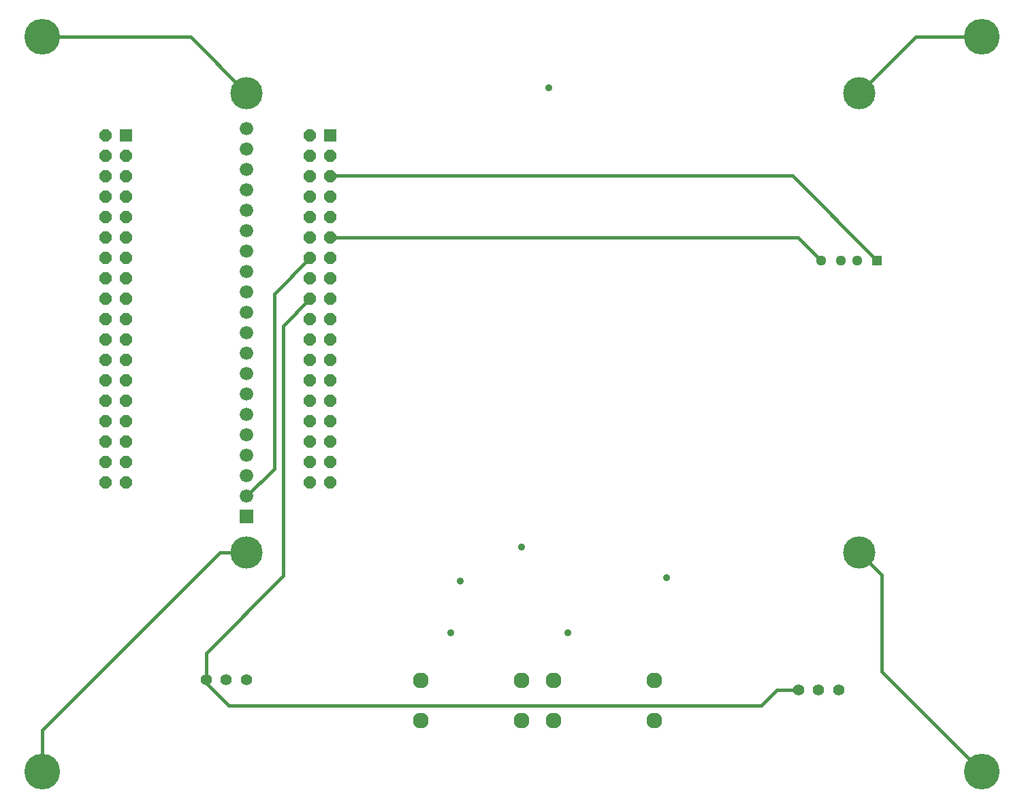
<source format=gbr>
G04 EAGLE Gerber RS-274X export*
G75*
%MOMM*%
%FSLAX34Y34*%
%LPD*%
%INBottom Copper*%
%IPPOS*%
%AMOC8*
5,1,8,0,0,1.08239X$1,22.5*%
G01*
%ADD10C,1.400000*%
%ADD11C,1.960000*%
%ADD12R,1.288000X1.288000*%
%ADD13C,1.288000*%
%ADD14R,1.524000X1.524000*%
%ADD15P,1.649562X8X292.500000*%
%ADD16R,1.676400X1.676400*%
%ADD17C,1.676400*%
%ADD18C,4.016000*%
%ADD19C,4.445000*%
%ADD20C,0.914400*%
%ADD21C,0.381000*%


D10*
X254400Y165100D03*
X279400Y165100D03*
X304400Y165100D03*
D11*
X646700Y164700D03*
X646700Y114700D03*
X521700Y114700D03*
X521700Y164700D03*
D12*
X1089100Y687400D03*
D13*
X1064100Y687400D03*
X1044100Y687400D03*
X1019100Y687400D03*
D10*
X991000Y152400D03*
X1016000Y152400D03*
X1041000Y152400D03*
D11*
X811800Y164700D03*
X811800Y114700D03*
X686800Y114700D03*
X686800Y164700D03*
D14*
X409200Y842600D03*
D15*
X383800Y842600D03*
X409200Y817200D03*
X383800Y817200D03*
X409200Y791800D03*
X383800Y791800D03*
X409200Y766400D03*
X383800Y766400D03*
X409200Y741000D03*
X383800Y741000D03*
X409200Y715600D03*
X383800Y715600D03*
X409200Y690200D03*
X383800Y690200D03*
X409200Y664800D03*
X383800Y664800D03*
X409200Y639400D03*
X383800Y639400D03*
X409200Y614000D03*
X383800Y614000D03*
X409200Y588600D03*
X383800Y588600D03*
X409200Y563200D03*
X383800Y563200D03*
X409200Y537800D03*
X383800Y537800D03*
X409200Y512400D03*
X383800Y512400D03*
X409200Y487000D03*
X383800Y487000D03*
X409200Y461600D03*
X383800Y461600D03*
X409200Y436200D03*
X383800Y436200D03*
X409200Y410800D03*
X383800Y410800D03*
D14*
X155200Y842600D03*
D15*
X129800Y842600D03*
X155200Y817200D03*
X129800Y817200D03*
X155200Y791800D03*
X129800Y791800D03*
X155200Y766400D03*
X129800Y766400D03*
X155200Y741000D03*
X129800Y741000D03*
X155200Y715600D03*
X129800Y715600D03*
X155200Y690200D03*
X129800Y690200D03*
X155200Y664800D03*
X129800Y664800D03*
X155200Y639400D03*
X129800Y639400D03*
X155200Y614000D03*
X129800Y614000D03*
X155200Y588600D03*
X129800Y588600D03*
X155200Y563200D03*
X129800Y563200D03*
X155200Y537800D03*
X129800Y537800D03*
X155200Y512400D03*
X129800Y512400D03*
X155200Y487000D03*
X129800Y487000D03*
X155200Y461600D03*
X129800Y461600D03*
X155200Y436200D03*
X129800Y436200D03*
X155200Y410800D03*
X129800Y410800D03*
D16*
X304800Y368300D03*
D17*
X304800Y393700D03*
X304800Y419100D03*
X304800Y444500D03*
X304800Y469900D03*
X304800Y495300D03*
X304800Y520700D03*
X304800Y546100D03*
X304800Y571500D03*
X304800Y596900D03*
X304800Y622300D03*
X304800Y647700D03*
X304800Y673100D03*
X304800Y698500D03*
X304800Y723900D03*
X304800Y749300D03*
X304800Y774700D03*
X304800Y800100D03*
X304800Y825500D03*
X304800Y850900D03*
D18*
X304800Y323850D03*
X304800Y895350D03*
X1066800Y323850D03*
X1066800Y895350D03*
D19*
X1219200Y965200D03*
X50800Y965200D03*
X50800Y50800D03*
X1219200Y50800D03*
D20*
X570230Y288290D03*
X646430Y330200D03*
X826770Y292100D03*
X680720Y901700D03*
X704215Y223520D03*
X558800Y223520D03*
D21*
X339090Y645490D02*
X383800Y690200D01*
X339090Y427990D02*
X304800Y393700D01*
X339090Y427990D02*
X339090Y645490D01*
X984020Y792480D02*
X1089100Y687400D01*
X409880Y792480D02*
X409200Y791800D01*
X409880Y792480D02*
X984020Y792480D01*
X383800Y639400D02*
X350520Y606120D01*
X254400Y198498D02*
X254400Y165100D01*
X350520Y294618D02*
X350520Y606120D01*
X350520Y294618D02*
X254400Y198498D01*
X963930Y152400D02*
X991000Y152400D01*
X963930Y152400D02*
X944880Y133350D01*
X282340Y133350D01*
X254400Y161290D01*
X254400Y165100D01*
X409200Y715600D02*
X990900Y715600D01*
X1019100Y687400D01*
X304800Y323850D02*
X271780Y323850D01*
X50800Y102870D01*
X50800Y50800D01*
X1066800Y323850D02*
X1094740Y295910D01*
X1094740Y175260D01*
X1219200Y50800D01*
X1066800Y895350D02*
X1136650Y965200D01*
X1219200Y965200D01*
X304800Y895350D02*
X234950Y965200D01*
X50800Y965200D01*
M02*

</source>
